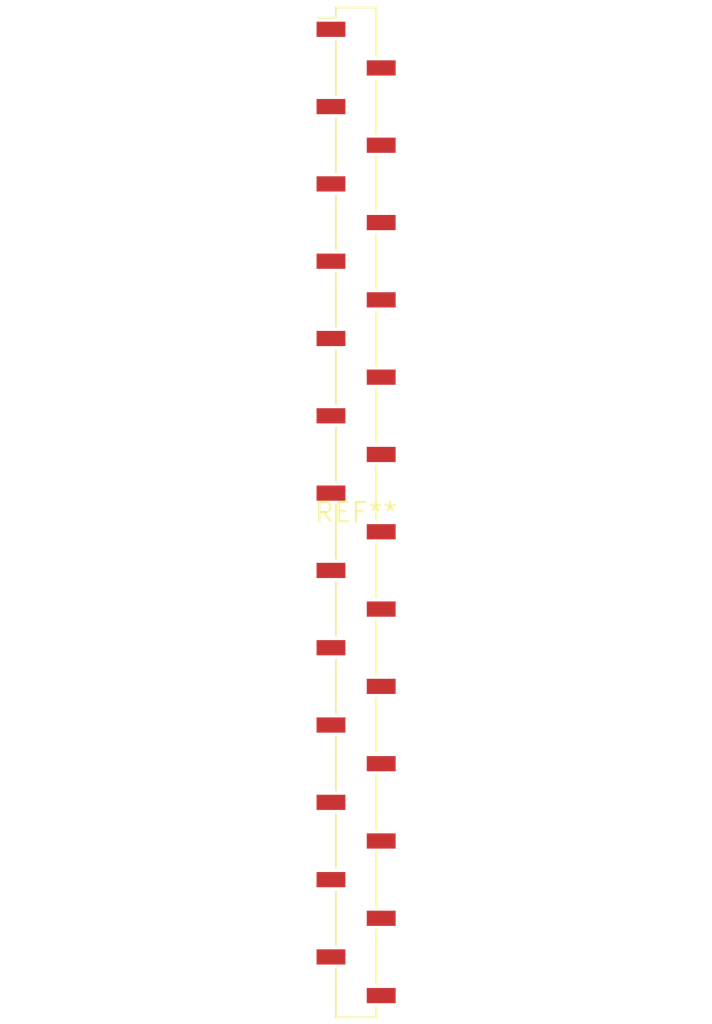
<source format=kicad_pcb>
(kicad_pcb (version 20240108) (generator pcbnew)
  (layers (0 "F.Cu" signal) (31 "B.Cu" signal) (34 "B.Paste" user) (35 "F.Paste" user) (36 "B.SilkS" user "B.Silkscreen") (37 "F.SilkS" user "F.Silkscreen") (38 "B.Mask" user) (39 "F.Mask" user) (44 "Edge.Cuts" user))
  (net 0 "")
  (footprint "PinSocket_1x26_P2.54mm_Vertical_SMD_Pin1Left" (layer "F.Cu") (at 0 0)
    (property "Reference" "REF**")
    (property "Value" "PinSocket_1x26_P2.54mm_Vertical_SMD_Pin1Left")
    (fp_line (start -2.54 -32.51) (end -1.33 -32.51) (layer "F.SilkS") (stroke (width 0.12)))
    (fp_line (start -1.33 -33.18) (end -1.33 -32.51) (layer "F.SilkS") (stroke (width 0.12)))
    (fp_line (start -1.33 -33.18) (end 1.33 -33.18) (layer "F.SilkS") (stroke (width 0.12)))
    (fp_line (start -1.33 -30.99) (end -1.33 -27.43) (layer "F.SilkS") (stroke (width 0.12)))
    (fp_line (start -1.33 -25.91) (end -1.33 -22.35) (layer "F.SilkS") (stroke (width 0.12)))
    (fp_line (start -1.33 -20.83) (end -1.33 -17.27) (layer "F.SilkS") (stroke (width 0.12)))
    (fp_line (start -1.33 -15.75) (end -1.33 -12.19) (layer "F.SilkS") (stroke (width 0.12)))
    (fp_line (start -1.33 -10.67) (end -1.33 -7.11) (layer "F.SilkS") (stroke (width 0.12)))
    (fp_line (start -1.33 -5.59) (end -1.33 -2.03) (layer "F.SilkS") (stroke (width 0.12)))
    (fp_line (start -1.33 -0.51) (end -1.33 3.05) (layer "F.SilkS") (stroke (width 0.12)))
    (fp_line (start -1.33 4.57) (end -1.33 8.13) (layer "F.SilkS") (stroke (width 0.12)))
    (fp_line (start -1.33 9.65) (end -1.33 13.21) (layer "F.SilkS") (stroke (width 0.12)))
    (fp_line (start -1.33 14.73) (end -1.33 18.29) (layer "F.SilkS") (stroke (width 0.12)))
    (fp_line (start -1.33 19.81) (end -1.33 23.37) (layer "F.SilkS") (stroke (width 0.12)))
    (fp_line (start -1.33 24.89) (end -1.33 28.45) (layer "F.SilkS") (stroke (width 0.12)))
    (fp_line (start -1.33 29.97) (end -1.33 33.18) (layer "F.SilkS") (stroke (width 0.12)))
    (fp_line (start -1.33 33.18) (end 1.33 33.18) (layer "F.SilkS") (stroke (width 0.12)))
    (fp_line (start 1.33 -33.18) (end 1.33 -29.97) (layer "F.SilkS") (stroke (width 0.12)))
    (fp_line (start 1.33 -28.45) (end 1.33 -24.89) (layer "F.SilkS") (stroke (width 0.12)))
    (fp_line (start 1.33 -23.37) (end 1.33 -19.81) (layer "F.SilkS") (stroke (width 0.12)))
    (fp_line (start 1.33 -18.29) (end 1.33 -14.73) (layer "F.SilkS") (stroke (width 0.12)))
    (fp_line (start 1.33 -13.21) (end 1.33 -9.65) (layer "F.SilkS") (stroke (width 0.12)))
    (fp_line (start 1.33 -8.13) (end 1.33 -4.57) (layer "F.SilkS") (stroke (width 0.12)))
    (fp_line (start 1.33 -3.05) (end 1.33 0.51) (layer "F.SilkS") (stroke (width 0.12)))
    (fp_line (start 1.33 2.03) (end 1.33 5.59) (layer "F.SilkS") (stroke (width 0.12)))
    (fp_line (start 1.33 7.11) (end 1.33 10.67) (layer "F.SilkS") (stroke (width 0.12)))
    (fp_line (start 1.33 12.19) (end 1.33 15.75) (layer "F.SilkS") (stroke (width 0.12)))
    (fp_line (start 1.33 17.27) (end 1.33 20.83) (layer "F.SilkS") (stroke (width 0.12)))
    (fp_line (start 1.33 22.35) (end 1.33 25.91) (layer "F.SilkS") (stroke (width 0.12)))
    (fp_line (start 1.33 27.43) (end 1.33 30.99) (layer "F.SilkS") (stroke (width 0.12)))
    (fp_line (start 1.33 32.51) (end 1.33 33.18) (layer "F.SilkS") (stroke (width 0.12)))
    (pad "1" smd rect (at -1.65 -31.75) (size 1.9 1) (layers "F.Cu" "F.Paste" "F.Mask"))
    (pad "2" smd rect (at 1.65 -29.21) (size 1.9 1) (layers "F.Cu" "F.Paste" "F.Mask"))
    (pad "3" smd rect (at -1.65 -26.67) (size 1.9 1) (layers "F.Cu" "F.Paste" "F.Mask"))
    (pad "4" smd rect (at 1.65 -24.13) (size 1.9 1) (layers "F.Cu" "F.Paste" "F.Mask"))
    (pad "5" smd rect (at -1.65 -21.59) (size 1.9 1) (layers "F.Cu" "F.Paste" "F.Mask"))
    (pad "6" smd rect (at 1.65 -19.05) (size 1.9 1) (layers "F.Cu" "F.Paste" "F.Mask"))
    (pad "7" smd rect (at -1.65 -16.51) (size 1.9 1) (layers "F.Cu" "F.Paste" "F.Mask"))
    (pad "8" smd rect (at 1.65 -13.97) (size 1.9 1) (layers "F.Cu" "F.Paste" "F.Mask"))
    (pad "9" smd rect (at -1.65 -11.43) (size 1.9 1) (layers "F.Cu" "F.Paste" "F.Mask"))
    (pad "10" smd rect (at 1.65 -8.89) (size 1.9 1) (layers "F.Cu" "F.Paste" "F.Mask"))
    (pad "11" smd rect (at -1.65 -6.35) (size 1.9 1) (layers "F.Cu" "F.Paste" "F.Mask"))
    (pad "12" smd rect (at 1.65 -3.81) (size 1.9 1) (layers "F.Cu" "F.Paste" "F.Mask"))
    (pad "13" smd rect (at -1.65 -1.27) (size 1.9 1) (layers "F.Cu" "F.Paste" "F.Mask"))
    (pad "14" smd rect (at 1.65 1.27) (size 1.9 1) (layers "F.Cu" "F.Paste" "F.Mask"))
    (pad "15" smd rect (at -1.65 3.81) (size 1.9 1) (layers "F.Cu" "F.Paste" "F.Mask"))
    (pad "16" smd rect (at 1.65 6.35) (size 1.9 1) (layers "F.Cu" "F.Paste" "F.Mask"))
    (pad "17" smd rect (at -1.65 8.89) (size 1.9 1) (layers "F.Cu" "F.Paste" "F.Mask"))
    (pad "18" smd rect (at 1.65 11.43) (size 1.9 1) (layers "F.Cu" "F.Paste" "F.Mask"))
    (pad "19" smd rect (at -1.65 13.97) (size 1.9 1) (layers "F.Cu" "F.Paste" "F.Mask"))
    (pad "20" smd rect (at 1.65 16.51) (size 1.9 1) (layers "F.Cu" "F.Paste" "F.Mask"))
    (pad "21" smd rect (at -1.65 19.05) (size 1.9 1) (layers "F.Cu" "F.Paste" "F.Mask"))
    (pad "22" smd rect (at 1.65 21.59) (size 1.9 1) (layers "F.Cu" "F.Paste" "F.Mask"))
    (pad "23" smd rect (at -1.65 24.13) (size 1.9 1) (layers "F.Cu" "F.Paste" "F.Mask"))
    (pad "24" smd rect (at 1.65 26.67) (size 1.9 1) (layers "F.Cu" "F.Paste" "F.Mask"))
    (pad "25" smd rect (at -1.65 29.21) (size 1.9 1) (layers "F.Cu" "F.Paste" "F.Mask"))
    (pad "26" smd rect (at 1.65 31.75) (size 1.9 1) (layers "F.Cu" "F.Paste" "F.Mask"))
  )
)
</source>
